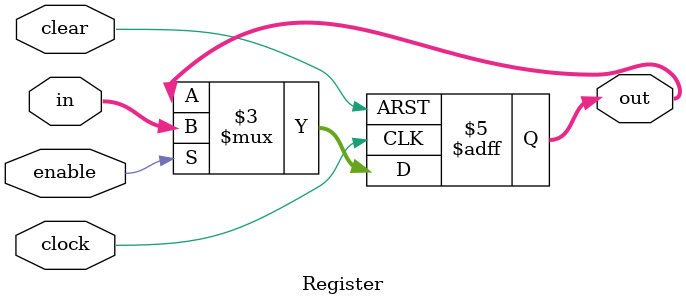
<source format=v>
module Register(input clock,
		input clear,
		input enable,
		input[31:0] in,
		output reg[31:0] out);

	always @(posedge clear, negedge clock)
		if (clear)
			out = 0;
		else if (enable)
			out = in;
endmodule


</source>
